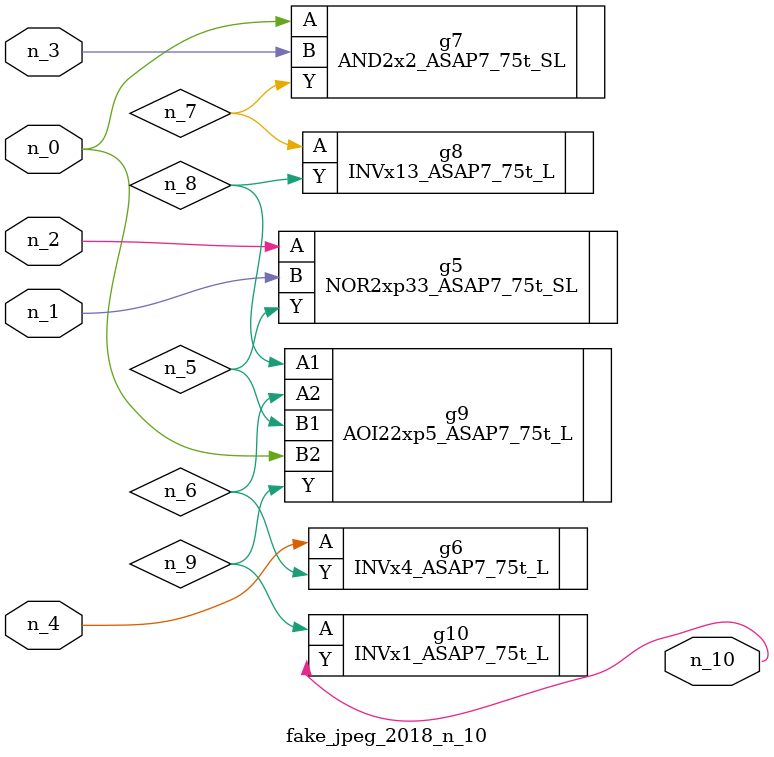
<source format=v>
module fake_jpeg_2018_n_10 (n_3, n_2, n_1, n_0, n_4, n_10);

input n_3;
input n_2;
input n_1;
input n_0;
input n_4;

output n_10;

wire n_8;
wire n_9;
wire n_6;
wire n_5;
wire n_7;

NOR2xp33_ASAP7_75t_SL g5 ( 
.A(n_2),
.B(n_1),
.Y(n_5)
);

INVx4_ASAP7_75t_L g6 ( 
.A(n_4),
.Y(n_6)
);

AND2x2_ASAP7_75t_SL g7 ( 
.A(n_0),
.B(n_3),
.Y(n_7)
);

INVx13_ASAP7_75t_L g8 ( 
.A(n_7),
.Y(n_8)
);

AOI22xp5_ASAP7_75t_L g9 ( 
.A1(n_8),
.A2(n_6),
.B1(n_5),
.B2(n_0),
.Y(n_9)
);

INVx1_ASAP7_75t_L g10 ( 
.A(n_9),
.Y(n_10)
);


endmodule
</source>
